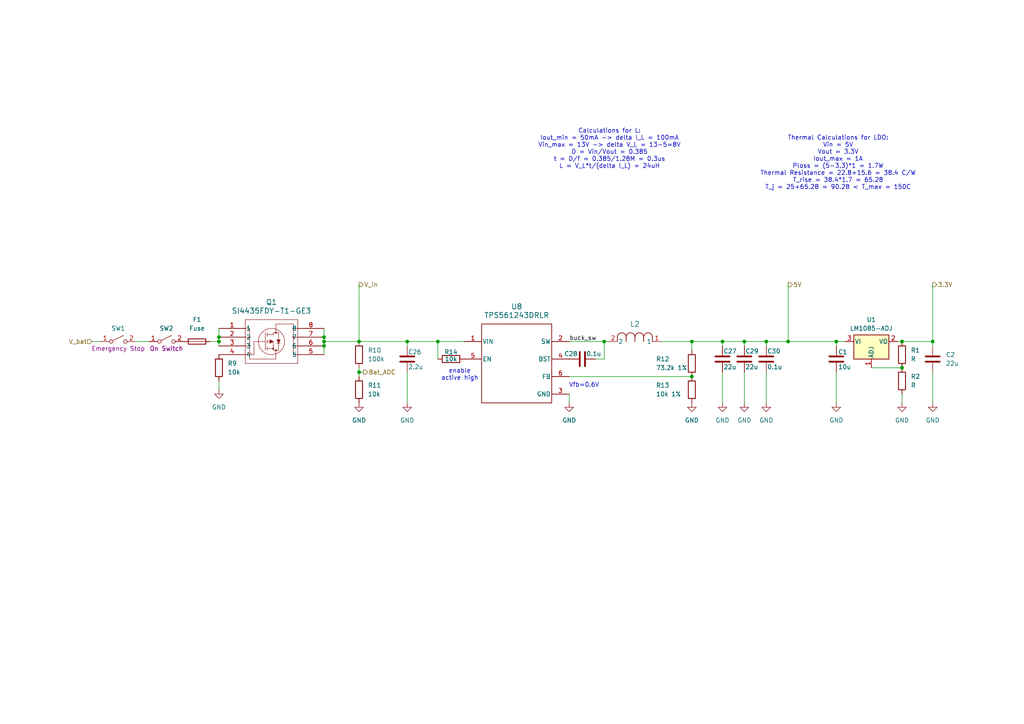
<source format=kicad_sch>
(kicad_sch (version 20231120) (generator "eeschema") (generator_version "8.0")
  (paper "A4")
  (title_block (title "Wall-E Power Regulation"))
  (lib_symbols
    (symbol "Device:C" (pin_numbers hide) (pin_names (offset 0.254))
      (property "Reference" "C" (at 0.635 2.54 0))
      (property "Value" "C" (at 0.635 -2.54 0))
      (symbol "C_0_1"
        (polyline (pts (xy -2.032 -0.762) (xy 2.032 -0.762)) (stroke (width 0.508)))
        (polyline (pts (xy -2.032 0.762) (xy 2.032 0.762)) (stroke (width 0.508)))
      )
      (symbol "C_1_1"
        (pin passive line (at 0 3.81 270) (length 2.794) (name "~") (number "1"))
        (pin passive line (at 0 -3.81 90) (length 2.794) (name "~") (number "2"))
      )
    )
    (symbol "Device:Fuse" (pin_numbers hide) (pin_names (offset 0))
      (property "Reference" "F" (at 2.032 0 90))
      (property "Value" "Fuse" (at -1.905 0 90))
      (symbol "Fuse_0_1"
        (rectangle (start -0.762 -2.54) (end 0.762 2.54) (stroke (width 0.254)))
        (polyline (pts (xy 0 2.54) (xy 0 -2.54)))
      )
      (symbol "Fuse_1_1"
        (pin passive line (at 0 3.81 270) (length 1.27) (name "~") (number "1"))
        (pin passive line (at 0 -3.81 90) (length 1.27) (name "~") (number "2"))
      )
    )
    (symbol "Device:R" (pin_numbers hide) (pin_names (offset 0))
      (property "Reference" "R" (at 2.032 0 90))
      (property "Value" "R" (at 0 0 90))
      (symbol "R_0_1"
        (rectangle (start -1.016 -2.54) (end 1.016 2.54) (stroke (width 0.254)))
      )
      (symbol "R_1_1"
        (pin passive line (at 0 3.81 270) (length 1.27) (name "~") (number "1"))
        (pin passive line (at 0 -3.81 90) (length 1.27) (name "~") (number "2"))
      )
    )
    (symbol "Regulator_Linear:LM1085-ADJ" (pin_names (offset 0.254))
      (property "Reference" "U" (at -3.81 3.175 0))
      (property "Value" "LM1085-ADJ" (at 0 3.175 0))
      (symbol "LM1085-ADJ_0_1"
        (rectangle (start -5.08 1.905) (end 5.08 -5.08) (stroke (width 0.254)) (fill (type background)))
      )
      (symbol "LM1085-ADJ_1_1"
        (pin input line (at 0 -7.62 90) (length 2.54) (name "ADJ") (number "1"))
        (pin power_out line (at 7.62 0 180) (length 2.54) (name "VO") (number "2"))
        (pin power_in line (at -7.62 0 0) (length 2.54) (name "VI") (number "3"))
      )
    )
    (symbol "Switch:SW_SPST" (pin_names (offset 0) hide)
      (property "Reference" "SW" (at 0 3.175 0))
      (property "Value" "SW_SPST" (at 0 -2.54 0))
      (symbol "SW_SPST_0_0"
        (circle (center -2.032 0) (radius 0.508))
        (polyline (pts (xy -1.524 0.254) (xy 1.524 1.778)))
        (circle (center 2.032 0) (radius 0.508))
      )
      (symbol "SW_SPST_1_1"
        (pin passive line (at -5.08 0 0) (length 2.54) (name "A") (number "1"))
        (pin passive line (at 5.08 0 180) (length 2.54) (name "B") (number "2"))
      )
    )
    (symbol "Wall_E_parts:IFDC5050HZER270M" (pin_names (offset 0.254))
      (property "Reference" "L" (at 6.985 5.08 0))
      (property "Value" "IFDC5050HZER270M" (at 6.985 -2.54 0))
      (symbol "IFDC5050HZER270M_1_1"
        (polyline (pts (xy 2.54 0) (xy 2.54 1.27)) (stroke (width 0.2032)))
        (polyline (pts (xy 5.08 0) (xy 5.08 1.27)) (stroke (width 0.2032)))
        (polyline (pts (xy 7.62 0) (xy 7.62 1.27)) (stroke (width 0.2032)))
        (polyline (pts (xy 10.16 0) (xy 10.16 1.27)) (stroke (width 0.2032)))
        (polyline (pts (xy 12.7 0) (xy 12.7 1.27)) (stroke (width 0.2032)))
        (arc (start 5.08 1.27) (mid 3.81 2.5344) (end 2.54 1.27) (stroke (width 0.2032)))
        (arc (start 7.62 1.27) (mid 6.35 2.5344) (end 5.08 1.27) (stroke (width 0.2032)))
        (arc (start 10.16 1.27) (mid 8.89 2.5344) (end 7.62 1.27) (stroke (width 0.2032)))
        (arc (start 12.7 1.27) (mid 11.43 2.5344) (end 10.16 1.27) (stroke (width 0.2032)))
        (pin unspecified line (at 15.24 0 180) (length 2.54) (name "1") (number "1"))
        (pin unspecified line (at 0 0 0) (length 2.54) (name "2") (number "2"))
      )
      (symbol "IFDC5050HZER270M_1_2"
        (arc (start -1.27 5.08) (mid -2.5344 3.81) (end -1.27 2.54) (stroke (width 0.2032)))
        (arc (start -1.27 7.62) (mid -2.5344 6.35) (end -1.27 5.08) (stroke (width 0.2032)))
        (arc (start -1.27 10.16) (mid -2.5344 8.89) (end -1.27 7.62) (stroke (width 0.2032)))
        (arc (start -1.27 12.7) (mid -2.5344 11.43) (end -1.27 10.16) (stroke (width 0.2032)))
        (polyline (pts (xy 0 2.54) (xy -1.27 2.54)) (stroke (width 0.2032)))
        (polyline (pts (xy 0 5.08) (xy -1.27 5.08)) (stroke (width 0.2032)))
        (polyline (pts (xy 0 7.62) (xy -1.27 7.62)) (stroke (width 0.2032)))
        (polyline (pts (xy 0 10.16) (xy -1.27 10.16)) (stroke (width 0.2032)))
        (polyline (pts (xy 0 12.7) (xy -1.27 12.7)) (stroke (width 0.2032)))
        (pin unspecified line (at 0 15.24 270) (length 2.54) (name "1") (number "1"))
        (pin unspecified line (at 0 0 90) (length 2.54) (name "2") (number "2"))
      )
    )
    (symbol "Wall_E_parts:SI4435FDY-T1-GE3" (pin_names (offset 0.254))
      (property "Reference" "Q" (at 15.24 7.62 0))
      (property "Value" "SI4435FDY-T1-GE3" (at 15.24 5.08 0))
      (symbol "SI4435FDY-T1-GE3_0_1"
        (polyline (pts (xy 7.62 -10.16) (xy 22.86 -10.16)) (stroke (width 0.127)))
        (polyline (pts (xy 7.62 -7.62) (xy 8.382 -7.62)) (stroke (width 0.127)))
        (polyline (pts (xy 7.62 -5.08) (xy 8.89 -5.08)) (stroke (width 0.127)))
        (polyline (pts (xy 7.62 -2.54) (xy 8.89 -2.54)) (stroke (width 0.127)))
        (polyline (pts (xy 7.62 0) (xy 8.89 0)) (stroke (width 0.127)))
        (polyline (pts (xy 7.62 2.54) (xy 7.62 -10.16)) (stroke (width 0.127)))
        (polyline (pts (xy 8.89 -8.89) (xy 16.51 -8.89)) (stroke (width 0.127)))
        (polyline (pts (xy 8.89 0) (xy 8.89 -8.89)) (stroke (width 0.127)))
        (polyline (pts (xy 10.16 -7.62) (xy 9.398 -7.62)) (stroke (width 0.127)))
        (polyline (pts (xy 10.16 -3.81) (xy 10.16 -7.62)) (stroke (width 0.127)))
        (polyline (pts (xy 10.16 -3.81) (xy 13.462 -3.81)) (stroke (width 0.127)))
        (polyline (pts (xy 13.462 -6.35) (xy 13.462 -1.27)) (stroke (width 0.127)))
        (polyline (pts (xy 13.97 -6.35) (xy 13.97 -5.334)) (stroke (width 0.127)))
        (polyline (pts (xy 13.97 -5.842) (xy 15.748 -5.842)) (stroke (width 0.127)))
        (polyline (pts (xy 13.97 -4.318) (xy 13.97 -3.302)) (stroke (width 0.127)))
        (polyline (pts (xy 13.97 -2.286) (xy 13.97 -1.27)) (stroke (width 0.127)))
        (polyline (pts (xy 13.97 -1.778) (xy 15.748 -1.778)) (stroke (width 0.127)))
        (polyline (pts (xy 14.732 -3.81) (xy 13.97 -3.81)) (stroke (width 0.127)))
        (polyline (pts (xy 15.748 -6.35) (xy 15.748 -3.81)) (stroke (width 0.127)))
        (polyline (pts (xy 15.748 -6.35) (xy 17.272 -6.35)) (stroke (width 0.127)))
        (polyline (pts (xy 15.748 -1.778) (xy 15.748 -1.27)) (stroke (width 0.127)))
        (polyline (pts (xy 15.748 -1.27) (xy 17.272 -1.27)) (stroke (width 0.127)))
        (polyline (pts (xy 16.51 -8.89) (xy 16.51 -6.35)) (stroke (width 0.127)))
        (polyline (pts (xy 16.51 1.27) (xy 16.51 -1.27)) (stroke (width 0.127)))
        (polyline (pts (xy 16.764 -4.318) (xy 17.78 -4.318)) (stroke (width 0.127)))
        (polyline (pts (xy 17.272 -6.35) (xy 17.272 -4.318)) (stroke (width 0.127)))
        (polyline (pts (xy 17.272 -3.302) (xy 17.272 -1.27)) (stroke (width 0.127)))
        (polyline (pts (xy 21.59 -7.62) (xy 21.59 1.27)) (stroke (width 0.127)))
        (polyline (pts (xy 21.59 1.27) (xy 16.51 1.27)) (stroke (width 0.127)))
        (polyline (pts (xy 22.86 -10.16) (xy 22.86 2.54)) (stroke (width 0.127)))
        (polyline (pts (xy 22.86 -7.62) (xy 21.59 -7.62)) (stroke (width 0.127)))
        (polyline (pts (xy 22.86 -5.08) (xy 21.59 -5.08)) (stroke (width 0.127)))
        (polyline (pts (xy 22.86 -2.54) (xy 21.59 -2.54)) (stroke (width 0.127)))
        (polyline (pts (xy 22.86 0) (xy 21.59 0)) (stroke (width 0.127)))
        (polyline (pts (xy 22.86 2.54) (xy 7.62 2.54)) (stroke (width 0.127)))
        (polyline (pts (xy 14.732 -4.318) (xy 15.748 -3.81) (xy 14.732 -3.302)) (fill (type outline)))
        (polyline (pts (xy 16.764 -3.302) (xy 17.78 -3.302) (xy 17.272 -4.318)) (fill (type outline)))
        (circle (center 8.89 -5.08) (radius 0.127) (stroke (width 0.254)))
        (circle (center 8.89 -2.54) (radius 0.127) (stroke (width 0.254)))
        (arc (start 9.398 -7.62) (mid 8.89 -7.1142) (end 8.382 -7.62) (stroke (width 0.127)))
        (circle (center 15.24 -3.81) (radius 3.81) (stroke (width 0.127)))
        (circle (center 15.748 -5.842) (radius 0.127) (stroke (width 0.254)))
        (circle (center 16.51 -6.35) (radius 0.127) (stroke (width 0.254)))
        (circle (center 16.51 -1.27) (radius 0.127) (stroke (width 0.254)))
        (circle (center 21.59 -5.08) (radius 0.127) (stroke (width 0.254)))
        (circle (center 21.59 -2.54) (radius 0.127) (stroke (width 0.254)))
        (circle (center 21.59 0) (radius 0.127) (stroke (width 0.254)))
        (pin unspecified line (at 0 0 0) (length 7.62) (name "1") (number "1"))
        (pin unspecified line (at 0 -2.54 0) (length 7.62) (name "2") (number "2"))
        (pin unspecified line (at 0 -5.08 0) (length 7.62) (name "3") (number "3"))
        (pin unspecified line (at 0 -7.62 0) (length 7.62) (name "4") (number "4"))
        (pin unspecified line (at 30.48 -7.62 180) (length 7.62) (name "5") (number "5"))
        (pin unspecified line (at 30.48 -5.08 180) (length 7.62) (name "6") (number "6"))
        (pin unspecified line (at 30.48 -2.54 180) (length 7.62) (name "7") (number "7"))
        (pin unspecified line (at 30.48 0 180) (length 7.62) (name "8") (number "8"))
      )
    )
    (symbol "Wall_E_parts:TPS561243DRLR" (pin_names (offset 0.254))
      (property "Reference" "U" (at 0 2.54 0))
      (property "Value" "TPS561243DRLR" (at 0 0 0))
      (symbol "TPS561243DRLR_0_1"
        (polyline (pts (xy 5.08 -17.78) (xy 25.4 -17.78)) (stroke (width 0.2032)))
        (polyline (pts (xy 5.08 5.08) (xy 5.08 -17.78)) (stroke (width 0.2032)))
        (polyline (pts (xy 25.4 -17.78) (xy 25.4 5.08)) (stroke (width 0.2032)))
        (polyline (pts (xy 25.4 5.08) (xy 5.08 5.08)) (stroke (width 0.2032)))
        (pin power_in line (at 0 0 0) (length 5.08) (name "VIN") (number "1"))
        (pin unspecified line (at 30.48 0 180) (length 5.08) (name "SW") (number "2"))
        (pin power_in line (at 30.48 -15.24 180) (length 5.08) (name "GND") (number "3"))
        (pin unspecified line (at 30.48 -5.08 180) (length 5.08) (name "BST") (number "4"))
        (pin input line (at 0 -5.08 0) (length 5.08) (name "EN") (number "5"))
        (pin unspecified line (at 30.48 -10.16 180) (length 5.08) (name "FB") (number "6"))
      )
    )
    (symbol "power:GND" (power) (pin_numbers hide) (pin_names (offset 0) hide)
      (property "Value" "GND" (at 0 -3.81 0))
      (symbol "GND_0_1"
        (polyline (pts (xy 0 0) (xy 0 -1.27) (xy 1.27 -1.27) (xy 0 -2.54) (xy -1.27 -1.27) (xy 0 -1.27)))
      )
      (symbol "GND_1_1"
        (pin power_in line (at 0 0 270) (length 0) (name "~") (number "1"))
      )
    )
  )
  (junction (at 209.55 99.06))
  (junction (at 215.9 99.06))
  (junction (at 175.26 99.06))
  (junction (at 222.25 99.06))
  (junction (at 63.5 97.79))
  (junction (at 200.66 99.06))
  (junction (at 261.62 99.06))
  (junction (at 270.51 99.06))
  (junction (at 127 99.06))
  (junction (at 118.11 99.06))
  (junction (at 93.98 99.06))
  (junction (at 261.62 106.68))
  (junction (at 104.14 107.95))
  (junction (at 200.66 109.22))
  (junction (at 228.6 99.06))
  (junction (at 63.5 99.06))
  (junction (at 93.98 97.79))
  (junction (at 104.14 99.06))
  (junction (at 242.57 99.06))
  (junction (at 93.98 100.33))
  (wire (pts (xy 191.77 99.06) (xy 200.66 99.06)))
  (wire (pts (xy 93.98 95.25) (xy 93.98 97.79)))
  (wire (pts (xy 261.62 116.84) (xy 261.62 114.3)))
  (wire (pts (xy 93.98 97.79) (xy 93.98 99.06)))
  (wire (pts (xy 209.55 100.33) (xy 209.55 99.06)))
  (wire (pts (xy 63.5 113.03) (xy 63.5 110.49)))
  (wire (pts (xy 242.57 99.06) (xy 245.11 99.06)))
  (wire (pts (xy 127 99.06) (xy 134.62 99.06)))
  (wire (pts (xy 270.51 116.84) (xy 270.51 107.95)))
  (wire (pts (xy 242.57 100.33) (xy 242.57 99.06)))
  (wire (pts (xy 215.9 99.06) (xy 215.9 100.33)))
  (wire (pts (xy 270.51 99.06) (xy 261.62 99.06)))
  (wire (pts (xy 165.1 109.22) (xy 200.66 109.22)))
  (wire (pts (xy 222.25 99.06) (xy 228.6 99.06)))
  (wire (pts (xy 104.14 107.95) (xy 104.14 109.22)))
  (wire (pts (xy 228.6 82.55) (xy 228.6 99.06)))
  (wire (pts (xy 175.26 99.06) (xy 175.26 104.14)))
  (wire (pts (xy 63.5 97.79) (xy 63.5 99.06)))
  (wire (pts (xy 104.14 82.55) (xy 104.14 99.06)))
  (wire (pts (xy 26.67 99.06) (xy 29.21 99.06)))
  (wire (pts (xy 175.26 104.14) (xy 172.72 104.14)))
  (wire (pts (xy 93.98 99.06) (xy 104.14 99.06)))
  (wire (pts (xy 118.11 100.33) (xy 118.11 99.06)))
  (wire (pts (xy 222.25 116.84) (xy 222.25 107.95)))
  (wire (pts (xy 215.9 99.06) (xy 222.25 99.06)))
  (wire (pts (xy 93.98 100.33) (xy 93.98 102.87)))
  (wire (pts (xy 104.14 106.68) (xy 104.14 107.95)))
  (wire (pts (xy 200.66 101.6) (xy 200.66 99.06)))
  (wire (pts (xy 215.9 116.84) (xy 215.9 107.95)))
  (wire (pts (xy 209.55 116.84) (xy 209.55 107.95)))
  (wire (pts (xy 60.96 99.06) (xy 63.5 99.06)))
  (wire (pts (xy 63.5 95.25) (xy 63.5 97.79)))
  (wire (pts (xy 39.37 99.06) (xy 43.18 99.06)))
  (wire (pts (xy 270.51 100.33) (xy 270.51 99.06)))
  (wire (pts (xy 252.73 106.68) (xy 261.62 106.68)))
  (wire (pts (xy 118.11 116.84) (xy 118.11 107.95)))
  (wire (pts (xy 270.51 82.55) (xy 270.51 99.06)))
  (wire (pts (xy 104.14 99.06) (xy 118.11 99.06)))
  (wire (pts (xy 63.5 99.06) (xy 63.5 100.33)))
  (wire (pts (xy 175.26 99.06) (xy 176.53 99.06)))
  (wire (pts (xy 260.35 99.06) (xy 261.62 99.06)))
  (wire (pts (xy 93.98 99.06) (xy 93.98 100.33)))
  (wire (pts (xy 165.1 114.3) (xy 165.1 116.84)))
  (wire (pts (xy 104.14 107.95) (xy 105.41 107.95)))
  (wire (pts (xy 228.6 99.06) (xy 242.57 99.06)))
  (wire (pts (xy 165.1 99.06) (xy 175.26 99.06)))
  (wire (pts (xy 209.55 99.06) (xy 215.9 99.06)))
  (wire (pts (xy 118.11 99.06) (xy 127 99.06)))
  (wire (pts (xy 127 99.06) (xy 127 104.14)))
  (wire (pts (xy 200.66 99.06) (xy 209.55 99.06)))
  (wire (pts (xy 222.25 99.06) (xy 222.25 100.33)))
  (wire (pts (xy 242.57 116.84) (xy 242.57 107.95)))
  (text "Vfb=0.6V" (at 169.418 111.76 0) (effects (font (size 1.27 1.27))))
  (text "Calculations for L:\nIout_min = 50mA -> delta I_L = 100mA\nVin_max = 13V -> delta V_L = 13-5=8V\nD = Vin/Vout = 0.385\nt = D/f = 0.385/1.28M = 0.3us\nL = V_L*t/(delta I_L) = 24uH\n" (at 176.784 43.18 0) (effects (font (size 1.27 1.27))))
  (text "enable\nactive high\n" (at 133.35 108.712 0) (effects (font (size 1.27 1.27))))
  (text "Thermal Calculations for LDO:\nVin = 5V\nVout = 3.3V\nIout_max = 1A\nPloss = (5-3.3)*1 = 1.7W\nThermal Resistance = 22.8+15.6 = 38.4 C/W\nT_rise = 38.4*1.7 = 65.28\nT_j = 25+65.28 = 90.28 < T_max = 150C" (at 243.078 47.244 0) (effects (font (size 1.27 1.27))))
  (label "buck_sw" (at 165.1 99.06 0))
  (hierarchical_label "V_in" (shape output) (at 104.14 82.55 0))
  (hierarchical_label "3.3V" (shape output) (at 270.51 82.55 0))
  (hierarchical_label "V_bat" (shape input) (at 26.67 99.06 180))
  (hierarchical_label "Bat_ADC" (shape output) (at 105.41 107.95 0))
  (hierarchical_label "5V" (shape output) (at 228.6 82.55 0))
  (symbol (lib_id "power:GND") (at 63.5 113.03 0) (unit 1)
    (property "Reference" "#PWR036" (effects (hide yes)))
    (property "Value" "GND" (at 63.5 118.11 0))
    (property "Description" "Power symbol creates a global label with name \"GND\" , ground" (effects (hide yes)))
  )
  (symbol (lib_id "power:GND") (at 209.55 116.84 0) (unit 1)
    (property "Reference" "#PWR041" (effects (hide yes)))
    (property "Value" "GND" (at 209.55 121.92 0))
    (property "Description" "Power symbol creates a global label with name \"GND\" , ground" (effects (hide yes)))
  )
  (symbol (lib_id "Device:R") (at 104.14 102.87 0) (unit 1)
    (property "Reference" "R10" (at 106.68 101.5999 0) (effects (justify left)))
    (property "Value" "100k" (at 106.68 104.1399 0) (effects (justify left)))
    (property "Footprint" "Resistor_SMD:R_0603_1608Metric" (effects (hide yes)))
    (property "Description" "Resistor" (effects (hide yes)))
  )
  (symbol (lib_id "Device:C") (at 215.9 104.14 0) (unit 1)
    (property "Reference" "C29" (at 216.154 101.854 0) (effects (justify left)))
    (property "Value" "22u" (at 216.154 106.426 0) (effects (justify left)))
    (property "Footprint" "Capacitor_SMD:C_0603_1608Metric" (effects (hide yes)))
    (property "Description" "Unpolarized capacitor" (effects (hide yes)))
  )
  (symbol (lib_id "Device:R") (at 63.5 106.68 0) (unit 1)
    (property "Reference" "R9" (at 66.04 105.4099 0) (effects (justify left)))
    (property "Value" "10k" (at 66.04 107.9499 0) (effects (justify left)))
    (property "Footprint" "Resistor_SMD:R_0603_1608Metric" (effects (hide yes)))
    (property "Description" "Resistor" (effects (hide yes)))
  )
  (symbol (lib_id "Device:C") (at 242.57 104.14 0) (unit 1)
    (property "Reference" "C1" (at 243.078 102.108 0) (effects (justify left)))
    (property "Value" "10u" (at 243.078 106.426 0) (effects (justify left)))
    (property "Footprint" "Capacitor_SMD:C_0603_1608Metric" (effects (hide yes)))
    (property "Description" "Unpolarized capacitor" (effects (hide yes)))
  )
  (symbol (lib_id "Wall_E_parts:SI4435FDY-T1-GE3") (at 63.5 95.25 0) (unit 1)
    (property "Reference" "Q1" (at 78.74 87.63 0) (effects (font (size 1.524 1.524))))
    (property "Value" "SI4435FDY-T1-GE3" (at 78.74 90.17 0) (effects (font (size 1.524 1.524))))
    (property "Footprint" "Wall_E_footprints:SO-8_VIS" (effects (hide yes)))
    (property "Datasheet" "SI4435FDY-T1-GE3" (effects (hide yes)))
  )
  (symbol (lib_id "Device:R") (at 200.66 113.03 0) (unit 1)
    (property "Reference" "R13" (at 190.246 111.76 0) (effects (justify left)))
    (property "Value" "10k 1%" (at 190.246 114.3 0) (effects (justify left)))
    (property "Footprint" "Resistor_SMD:R_0603_1608Metric" (effects (hide yes)))
    (property "Description" "Resistor" (effects (hide yes)))
  )
  (symbol (lib_id "Device:C") (at 222.25 104.14 0) (unit 1)
    (property "Reference" "C30" (at 222.504 101.854 0) (effects (justify left)))
    (property "Value" "0.1u" (at 222.504 106.426 0) (effects (justify left)))
    (property "Footprint" "Capacitor_SMD:C_0603_1608Metric" (effects (hide yes)))
    (property "Description" "Unpolarized capacitor" (effects (hide yes)))
  )
  (symbol (lib_id "power:GND") (at 242.57 116.84 0) (unit 1)
    (property "Reference" "#PWR02" (effects (hide yes)))
    (property "Value" "GND" (at 242.57 121.92 0))
    (property "Description" "Power symbol creates a global label with name \"GND\" , ground" (effects (hide yes)))
  )
  (symbol (lib_id "Device:Fuse") (at 57.15 99.06 90) (unit 1)
    (property "Reference" "F1" (at 57.15 92.71 90))
    (property "Value" "Fuse" (at 57.15 95.25 90))
    (property "Footprint" "Fuse:Fuseholder_Blade_Mini_Keystone_3568" (effects (hide yes)))
    (property "Description" "Fuse" (effects (hide yes)))
  )
  (symbol (lib_id "Regulator_Linear:LM1085-ADJ") (at 252.73 99.06 0) (unit 1)
    (property "Reference" "U1" (at 252.73 92.71 0))
    (property "Value" "LM1085-ADJ" (at 252.73 95.25 0))
    (property "Footprint" "Package_TO_SOT_SMD:TO-263-3_TabPin2" (effects (hide yes)))
    (property "Datasheet" "http://www.ti.com/lit/ds/symlink/lm1085.pdf" (effects (hide yes)))
    (property "Description" "3A 29V Adjustable Linear Regulator, TO-220 / TO-263 (D2-PAK)" (effects (hide yes)))
  )
  (symbol (lib_id "Device:R") (at 130.81 104.14 90) (unit 1)
    (property "Reference" "R14" (at 130.81 102.108 90))
    (property "Value" "10k" (at 130.81 104.14 90))
    (property "Footprint" "Resistor_SMD:R_0603_1608Metric" (effects (hide yes)))
    (property "Description" "Resistor" (effects (hide yes)))
  )
  (symbol (lib_id "Switch:SW_SPST") (at 34.29 99.06 0) (unit 1)
    (property "Reference" "SW1" (at 34.29 95.25 0))
    (property "Value" "SW_SPST" (effects (hide yes)))
    (property "Footprint" "Connector_AMASS:AMASS_XT30PW-F_1x02_P2.50mm_Horizontal" (effects (hide yes)))
    (property "Description" "Single Pole Single Throw (SPST) switch" (effects (hide yes)))
    (property "Purpose" "Emergency Stop" (at 34.29 101.092 0))
  )
  (symbol (lib_id "Device:R") (at 200.66 105.41 0) (unit 1)
    (property "Reference" "R12" (at 190.246 104.14 0) (effects (justify left)))
    (property "Value" "73.2k 1%" (at 190.246 106.68 0) (effects (justify left)))
    (property "Footprint" "Resistor_SMD:R_0603_1608Metric" (effects (hide yes)))
    (property "Description" "Resistor" (effects (hide yes)))
  )
  (symbol (lib_id "power:GND") (at 165.1 116.84 0) (unit 1)
    (property "Reference" "#PWR038" (effects (hide yes)))
    (property "Value" "GND" (at 165.1 121.92 0))
    (property "Description" "Power symbol creates a global label with name \"GND\" , ground" (effects (hide yes)))
  )
  (symbol (lib_id "power:GND") (at 118.11 116.84 0) (unit 1)
    (property "Reference" "#PWR039" (effects (hide yes)))
    (property "Value" "GND" (at 118.11 121.92 0))
    (property "Description" "Power symbol creates a global label with name \"GND\" , ground" (effects (hide yes)))
  )
  (symbol (lib_id "Device:R") (at 104.14 113.03 0) (unit 1)
    (property "Reference" "R11" (at 106.68 111.7599 0) (effects (justify left)))
    (property "Value" "10k" (at 106.68 114.2999 0) (effects (justify left)))
    (property "Footprint" "Resistor_SMD:R_0603_1608Metric" (effects (hide yes)))
    (property "Description" "Resistor" (effects (hide yes)))
  )
  (symbol (lib_id "Switch:SW_SPST") (at 48.26 99.06 0) (unit 1)
    (property "Reference" "SW2" (at 48.26 95.25 0))
    (property "Value" "SW_SPST" (effects (hide yes)))
    (property "Footprint" "Connector_AMASS:AMASS_XT30PW-F_1x02_P2.50mm_Horizontal" (effects (hide yes)))
    (property "Description" "Single Pole Single Throw (SPST) switch" (effects (hide yes)))
    (property "Purpose" "On Switch" (at 48.26 101.092 0))
  )
  (symbol (lib_id "power:GND") (at 222.25 116.84 0) (unit 1)
    (property "Reference" "#PWR044" (effects (hide yes)))
    (property "Value" "GND" (at 222.25 121.92 0))
    (property "Description" "Power symbol creates a global label with name \"GND\" , ground" (effects (hide yes)))
  )
  (symbol (lib_id "power:GND") (at 270.51 116.84 0) (unit 1)
    (property "Reference" "#PWR04" (effects (hide yes)))
    (property "Value" "GND" (at 270.51 121.92 0))
    (property "Description" "Power symbol creates a global label with name \"GND\" , ground" (effects (hide yes)))
  )
  (symbol (lib_id "Device:R") (at 261.62 102.87 0) (unit 1)
    (property "Reference" "R1" (at 264.16 101.5999 0) (effects (justify left)))
    (property "Value" "R" (at 264.16 104.1399 0) (effects (justify left)))
    (property "Footprint" "Resistor_SMD:R_0603_1608Metric" (effects (hide yes)))
    (property "Description" "Resistor" (effects (hide yes)))
  )
  (symbol (lib_id "Device:C") (at 209.55 104.14 0) (unit 1)
    (property "Reference" "C27" (at 209.804 101.854 0) (effects (justify left)))
    (property "Value" "22u" (at 209.804 106.426 0) (effects (justify left)))
    (property "Footprint" "Capacitor_SMD:C_0603_1608Metric" (effects (hide yes)))
    (property "Description" "Unpolarized capacitor" (effects (hide yes)))
  )
  (symbol (lib_id "Wall_E_parts:IFDC5050HZER270M") (at 176.53 99.06 0) (unit 1)
    (property "Reference" "L2" (at 184.15 93.98 0) (effects (font (size 1.524 1.524))))
    (property "Value" "IFDC5050HZER270M" (effects (hide yes)))
    (property "Footprint" "Wall_E_footprints:IND_IFDC5050HZER_VIS" (effects (hide yes)))
    (property "Datasheet" "IFDC5050HZER270M" (effects (hide yes)))
  )
  (symbol (lib_id "power:GND") (at 104.14 116.84 0) (unit 1)
    (property "Reference" "#PWR037" (effects (hide yes)))
    (property "Value" "GND" (at 104.14 121.92 0))
    (property "Description" "Power symbol creates a global label with name \"GND\" , ground" (effects (hide yes)))
  )
  (symbol (lib_id "power:GND") (at 215.9 116.84 0) (unit 1)
    (property "Reference" "#PWR043" (effects (hide yes)))
    (property "Value" "GND" (at 215.9 121.92 0))
    (property "Description" "Power symbol creates a global label with name \"GND\" , ground" (effects (hide yes)))
  )
  (symbol (lib_id "power:GND") (at 261.62 116.84 0) (unit 1)
    (property "Reference" "#PWR03" (effects (hide yes)))
    (property "Value" "GND" (at 261.62 121.92 0))
    (property "Description" "Power symbol creates a global label with name \"GND\" , ground" (effects (hide yes)))
  )
  (symbol (lib_id "power:GND") (at 200.66 116.84 0) (unit 1)
    (property "Reference" "#PWR040" (effects (hide yes)))
    (property "Value" "GND" (at 200.66 121.92 0))
    (property "Description" "Power symbol creates a global label with name \"GND\" , ground" (effects (hide yes)))
  )
  (symbol (lib_id "Device:C") (at 118.11 104.14 0) (unit 1)
    (property "Reference" "C26" (at 118.364 102.108 0) (effects (justify left)))
    (property "Value" "2.2u" (at 118.364 106.426 0) (effects (justify left)))
    (property "Footprint" "Capacitor_SMD:C_0603_1608Metric" (effects (hide yes)))
    (property "Description" "Unpolarized capacitor" (effects (hide yes)))
  )
  (symbol (lib_id "Device:C") (at 270.51 104.14 0) (unit 1)
    (property "Reference" "C2" (at 274.32 102.8699 0) (effects (justify left)))
    (property "Value" "22u" (at 274.32 105.4099 0) (effects (justify left)))
    (property "Footprint" "Capacitor_SMD:C_0603_1608Metric" (effects (hide yes)))
    (property "Description" "Unpolarized capacitor" (effects (hide yes)))
  )
  (symbol (lib_id "Wall_E_parts:TPS561243DRLR") (at 134.62 99.06 0) (unit 1)
    (property "Reference" "U8" (at 149.86 88.9 0) (effects (font (size 1.524 1.524))))
    (property "Value" "TPS561243DRLR" (at 149.86 91.44 0) (effects (font (size 1.524 1.524))))
    (property "Footprint" "Wall_E_footprints:DRL0006A-MFG" (effects (hide yes)))
    (property "Datasheet" "TPS561243DRLR" (effects (hide yes)))
  )
  (symbol (lib_id "Device:C") (at 168.91 104.14 90) (unit 1)
    (property "Reference" "C28" (at 165.608 102.616 90))
    (property "Value" "0.1u" (at 172.212 102.616 90))
    (property "Footprint" "Capacitor_SMD:C_0603_1608Metric" (effects (hide yes)))
    (property "Description" "Unpolarized capacitor" (effects (hide yes)))
  )
  (symbol (lib_id "Device:R") (at 261.62 110.49 0) (unit 1)
    (property "Reference" "R2" (at 264.16 109.2199 0) (effects (justify left)))
    (property "Value" "R" (at 264.16 111.7599 0) (effects (justify left)))
    (property "Footprint" "Resistor_SMD:R_0603_1608Metric" (effects (hide yes)))
    (property "Description" "Resistor" (effects (hide yes)))
  )
)
</source>
